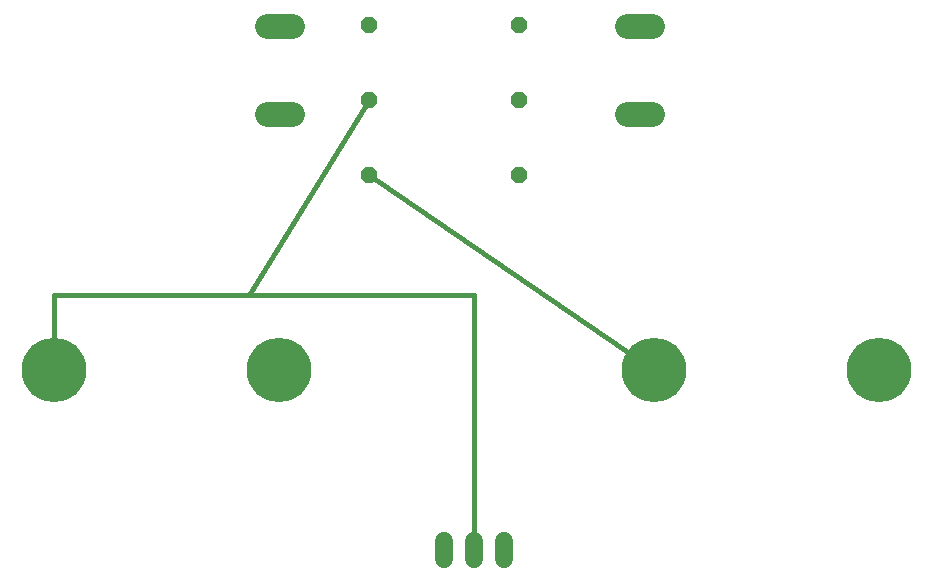
<source format=gbl>
G75*
G70*
%OFA0B0*%
%FSLAX24Y24*%
%IPPOS*%
%LPD*%
%AMOC8*
5,1,8,0,0,1.08239X$1,22.5*
%
%ADD10C,0.0827*%
%ADD11OC8,0.0520*%
%ADD12C,0.0600*%
%ADD13C,0.2150*%
%ADD14C,0.0160*%
D10*
X011187Y020624D02*
X012014Y020624D01*
X012014Y023577D02*
X011187Y023577D01*
X023187Y023577D02*
X024014Y023577D01*
X024014Y020624D02*
X023187Y020624D01*
D11*
X019601Y021101D03*
X019601Y023601D03*
X014601Y023601D03*
X014601Y021101D03*
X014601Y018601D03*
X019601Y018601D03*
D12*
X019101Y006401D02*
X019101Y005801D01*
X018101Y005801D02*
X018101Y006401D01*
X017101Y006401D02*
X017101Y005801D01*
D13*
X004101Y012101D03*
X011601Y012101D03*
X024101Y012101D03*
X031601Y012101D03*
D14*
X024101Y012101D02*
X014601Y018601D01*
X014601Y021101D02*
X010601Y014601D01*
X018101Y014601D01*
X018101Y006101D01*
X010601Y014601D02*
X004101Y014601D01*
X004101Y012101D01*
M02*

</source>
